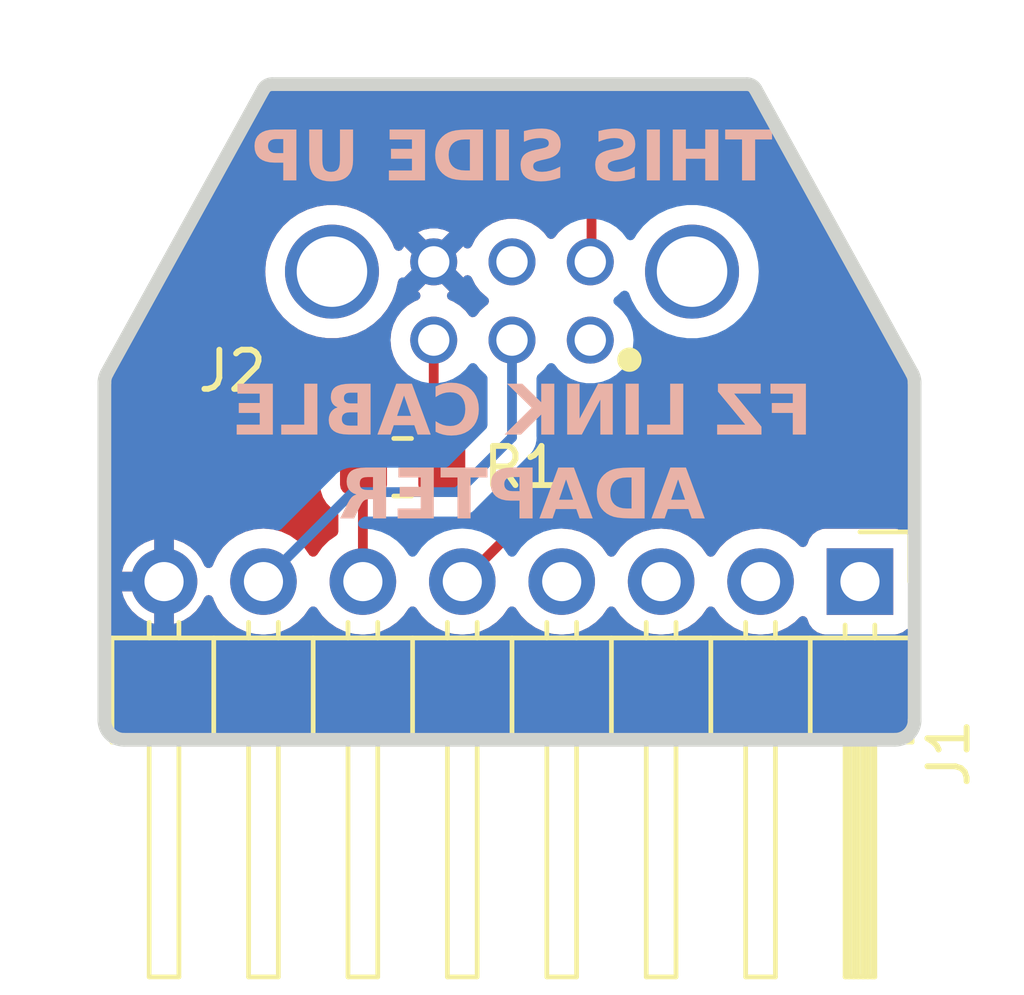
<source format=kicad_pcb>
(kicad_pcb (version 20221018) (generator pcbnew)
  (layers (0 "F.Cu" signal) (31 "B.Cu" signal) (34 "B.Paste" user) (35 "F.Paste" user) (36 "B.SilkS" user "B.Silkscreen") (37 "F.SilkS" user "F.Silkscreen") (38 "B.Mask" user) (39 "F.Mask" user) (44 "Edge.Cuts" user))
  (net 0 "")
  (net 5 "SERIAL_OUT")
  (net 6 "/CLK")
  (net 7 "SERIAL_IN")
  (net 8 "GND")
  (net 9 "Net-(J2-CLK_OUT)")
  (footprint "Resistor_SMD:R_0805_2012Metric_Pad1.20x1.40mm_HandSolder" (layer "F.Cu") (at 99.06 106.172)
    (fp_text reference "R1" (at 3.048 0) (layer "F.SilkS"))
    (fp_text value "33")
    (fp_line (start -0.227064 -0.735) (end 0.227064 -0.735) (stroke (width 0.12)) (layer "F.SilkS"))
    (fp_line (start -0.227064 0.735) (end 0.227064 0.735) (stroke (width 0.12)) (layer "F.SilkS"))
    (pad "1" smd roundrect (at -1 0) (size 1.2 1.4) (layers "F.Cu" "F.Paste" "F.Mask") (roundrect_rratio 0.2083333333) (net 6 "/CLK"))
    (pad "2" smd roundrect (at 1 0) (size 1.2 1.4) (layers "F.Cu" "F.Paste" "F.Mask") (roundrect_rratio 0.2083333333) (net 9 "Net-(J2-CLK_OUT)"))
  )
  (footprint "gbc-link-cable-adapter:gbc-link-cable-adapter" (layer "F.Cu") (at 101.854 102.924 180)
    (fp_text reference "J2" (at 7.144 -0.79 unlocked) (layer "F.SilkS"))
    (fp_text value "~")
    (fp_circle (center -3 -0.5) (end -2.75 -0.5) (stroke (width 0.12)) (fill solid) (layer "F.SilkS"))
    (pad "1" thru_hole circle (at -2 0 180) (size 1.2 1.2) (drill 0.8) (layers "*.Cu" "*.Mask"))
    (pad "2" thru_hole circle (at -2 2 180) (size 1.2 1.2) (drill 0.8) (layers "*.Cu" "*.Mask") (net 5 "SERIAL_OUT"))
    (pad "3" thru_hole circle (at 0 0 180) (size 1.2 1.2) (drill 0.8) (layers "*.Cu" "*.Mask") (net 7 "SERIAL_IN"))
    (pad "4" thru_hole circle (at 0 2 180) (size 1.2 1.2) (drill 0.8) (layers "*.Cu" "*.Mask"))
    (pad "5" thru_hole circle (at 2 0 180) (size 1.2 1.2) (drill 0.8) (layers "*.Cu" "*.Mask") (net 9 "Net-(J2-CLK_OUT)"))
    (pad "6" thru_hole circle (at 2 2 180) (size 1.2 1.2) (drill 0.8) (layers "*.Cu" "*.Mask") (net 8 "GND"))
    (pad "7" thru_hole circle (at 4.6 1.75 180) (size 2.4 2.4) (drill 1.8) (layers "*.Cu" "*.Mask"))
    (pad "8" thru_hole circle (at -4.6 1.75 180) (size 2.4 2.4) (drill 1.8) (layers "*.Cu" "*.Mask"))
  )
  (footprint "Connector_PinHeader_2.54mm:PinHeader_1x08_P2.54mm_Horizontal" (layer "F.Cu") (at 110.744 109.093 -90)
    (fp_text reference "J1" (at 4.385 -2.27 90) (layer "F.SilkS"))
    (fp_text value "Conn_01x08")
    (fp_line (start -1.27 -1.27) (end 0 -1.27) (stroke (width 0.12)) (layer "F.SilkS"))
    (fp_line (start -1.27 0) (end -1.27 -1.27) (stroke (width 0.12)) (layer "F.SilkS"))
    (fp_line (start 1.042929 2.16) (end 1.44 2.16) (stroke (width 0.12)) (layer "F.SilkS"))
    (fp_line (start 1.042929 2.92) (end 1.44 2.92) (stroke (width 0.12)) (layer "F.SilkS"))
    (fp_line (start 1.042929 4.7) (end 1.44 4.7) (stroke (width 0.12)) (layer "F.SilkS"))
    (fp_line (start 1.042929 5.46) (end 1.44 5.46) (stroke (width 0.12)) (layer "F.SilkS"))
    (fp_line (start 1.042929 7.24) (end 1.44 7.24) (stroke (width 0.12)) (layer "F.SilkS"))
    (fp_line (start 1.042929 8) (end 1.44 8) (stroke (width 0.12)) (layer "F.SilkS"))
    (fp_line (start 1.042929 9.78) (end 1.44 9.78) (stroke (width 0.12)) (layer "F.SilkS"))
    (fp_line (start 1.042929 10.54) (end 1.44 10.54) (stroke (width 0.12)) (layer "F.SilkS"))
    (fp_line (start 1.042929 12.32) (end 1.44 12.32) (stroke (width 0.12)) (layer "F.SilkS"))
    (fp_line (start 1.042929 13.08) (end 1.44 13.08) (stroke (width 0.12)) (layer "F.SilkS"))
    (fp_line (start 1.042929 14.86) (end 1.44 14.86) (stroke (width 0.12)) (layer "F.SilkS"))
    (fp_line (start 1.042929 15.62) (end 1.44 15.62) (stroke (width 0.12)) (layer "F.SilkS"))
    (fp_line (start 1.042929 17.4) (end 1.44 17.4) (stroke (width 0.12)) (layer "F.SilkS"))
    (fp_line (start 1.042929 18.16) (end 1.44 18.16) (stroke (width 0.12)) (layer "F.SilkS"))
    (fp_line (start 1.11 -0.38) (end 1.44 -0.38) (stroke (width 0.12)) (layer "F.SilkS"))
    (fp_line (start 1.11 0.38) (end 1.44 0.38) (stroke (width 0.12)) (layer "F.SilkS"))
    (fp_line (start 1.44 -1.33) (end 1.44 19.11) (stroke (width 0.12)) (layer "F.SilkS"))
    (fp_line (start 1.44 1.27) (end 4.1 1.27) (stroke (width 0.12)) (layer "F.SilkS"))
    (fp_line (start 1.44 3.81) (end 4.1 3.81) (stroke (width 0.12)) (layer "F.SilkS"))
    (fp_line (start 1.44 6.35) (end 4.1 6.35) (stroke (width 0.12)) (layer "F.SilkS"))
    (fp_line (start 1.44 8.89) (end 4.1 8.89) (stroke (width 0.12)) (layer "F.SilkS"))
    (fp_line (start 1.44 11.43) (end 4.1 11.43) (stroke (width 0.12)) (layer "F.SilkS"))
    (fp_line (start 1.44 13.97) (end 4.1 13.97) (stroke (width 0.12)) (layer "F.SilkS"))
    (fp_line (start 1.44 16.51) (end 4.1 16.51) (stroke (width 0.12)) (layer "F.SilkS"))
    (fp_line (start 1.44 19.11) (end 4.1 19.11) (stroke (width 0.12)) (layer "F.SilkS"))
    (fp_line (start 4.1 -1.33) (end 1.44 -1.33) (stroke (width 0.12)) (layer "F.SilkS"))
    (fp_line (start 4.1 -0.38) (end 10.1 -0.38) (stroke (width 0.12)) (layer "F.SilkS"))
    (fp_line (start 4.1 -0.32) (end 10.1 -0.32) (stroke (width 0.12)) (layer "F.SilkS"))
    (fp_line (start 4.1 -0.2) (end 10.1 -0.2) (stroke (width 0.12)) (layer "F.SilkS"))
    (fp_line (start 4.1 -0.08) (end 10.1 -0.08) (stroke (width 0.12)) (layer "F.SilkS"))
    (fp_line (start 4.1 0.04) (end 10.1 0.04) (stroke (width 0.12)) (layer "F.SilkS"))
    (fp_line (start 4.1 0.16) (end 10.1 0.16) (stroke (width 0.12)) (layer "F.SilkS"))
    (fp_line (start 4.1 0.28) (end 10.1 0.28) (stroke (width 0.12)) (layer "F.SilkS"))
    (fp_line (start 4.1 2.16) (end 10.1 2.16) (stroke (width 0.12)) (layer "F.SilkS"))
    (fp_line (start 4.1 4.7) (end 10.1 4.7) (stroke (width 0.12)) (layer "F.SilkS"))
    (fp_line (start 4.1 7.24) (end 10.1 7.24) (stroke (width 0.12)) (layer "F.SilkS"))
    (fp_line (start 4.1 9.78) (end 10.1 9.78) (stroke (width 0.12)) (layer "F.SilkS"))
    (fp_line (start 4.1 12.32) (end 10.1 12.32) (stroke (width 0.12)) (layer "F.SilkS"))
    (fp_line (start 4.1 14.86) (end 10.1 14.86) (stroke (width 0.12)) (layer "F.SilkS"))
    (fp_line (start 4.1 17.4) (end 10.1 17.4) (stroke (width 0.12)) (layer "F.SilkS"))
    (fp_line (start 4.1 19.11) (end 4.1 -1.33) (stroke (width 0.12)) (layer "F.SilkS"))
    (fp_line (start 10.1 -0.38) (end 10.1 0.38) (stroke (width 0.12)) (layer "F.SilkS"))
    (fp_line (start 10.1 0.38) (end 4.1 0.38) (stroke (width 0.12)) (layer "F.SilkS"))
    (fp_line (start 10.1 2.16) (end 10.1 2.92) (stroke (width 0.12)) (layer "F.SilkS"))
    (fp_line (start 10.1 2.92) (end 4.1 2.92) (stroke (width 0.12)) (layer "F.SilkS"))
    (fp_line (start 10.1 4.7) (end 10.1 5.46) (stroke (width 0.12)) (layer "F.SilkS"))
    (fp_line (start 10.1 5.46) (end 4.1 5.46) (stroke (width 0.12)) (layer "F.SilkS"))
    (fp_line (start 10.1 7.24) (end 10.1 8) (stroke (width 0.12)) (layer "F.SilkS"))
    (fp_line (start 10.1 8) (end 4.1 8) (stroke (width 0.12)) (layer "F.SilkS"))
    (fp_line (start 10.1 9.78) (end 10.1 10.54) (stroke (width 0.12)) (layer "F.SilkS"))
    (fp_line (start 10.1 10.54) (end 4.1 10.54) (stroke (width 0.12)) (layer "F.SilkS"))
    (fp_line (start 10.1 12.32) (end 10.1 13.08) (stroke (width 0.12)) (layer "F.SilkS"))
    (fp_line (start 10.1 13.08) (end 4.1 13.08) (stroke (width 0.12)) (layer "F.SilkS"))
    (fp_line (start 10.1 14.86) (end 10.1 15.62) (stroke (width 0.12)) (layer "F.SilkS"))
    (fp_line (start 10.1 15.62) (end 4.1 15.62) (stroke (width 0.12)) (layer "F.SilkS"))
    (fp_line (start 10.1 17.4) (end 10.1 18.16) (stroke (width 0.12)) (layer "F.SilkS"))
    (fp_line (start 10.1 18.16) (end 4.1 18.16) (stroke (width 0.12)) (layer "F.SilkS"))
    (pad "1" thru_hole rect (at 0 0 270) (size 1.7 1.7) (drill 1) (layers "*.Cu" "*.Mask"))
    (pad "2" thru_hole oval (at 0 2.54 270) (size 1.7 1.7) (drill 1) (layers "*.Cu" "*.Mask"))
    (pad "3" thru_hole oval (at 0 5.08 270) (size 1.7 1.7) (drill 1) (layers "*.Cu" "*.Mask"))
    (pad "4" thru_hole oval (at 0 7.62 270) (size 1.7 1.7) (drill 1) (layers "*.Cu" "*.Mask"))
    (pad "5" thru_hole oval (at 0 10.16 270) (size 1.7 1.7) (drill 1) (layers "*.Cu" "*.Mask") (net 5 "SERIAL_OUT"))
    (pad "6" thru_hole oval (at 0 12.7 270) (size 1.7 1.7) (drill 1) (layers "*.Cu" "*.Mask") (net 6 "/CLK"))
    (pad "7" thru_hole oval (at 0 15.24 270) (size 1.7 1.7) (drill 1) (layers "*.Cu" "*.Mask") (net 7 "SERIAL_IN"))
    (pad "8" thru_hole oval (at 0 17.78 270) (size 1.7 1.7) (drill 1) (layers "*.Cu" "*.Mask") (net 8 "GND"))
  )
  (gr_arc (start 95.503714 96.513596) (mid 95.595512 96.41903) (end 95.722645 96.3843) (stroke (width 0.35)) (layer "Edge.Cuts"))
  (gr_line (start 91.94 113.134299) (end 111.64 113.134299) (stroke (width 0.35)) (layer "Edge.Cuts"))
  (gr_line (start 91.44 104.013) (end 91.44 112.634299) (stroke (width 0.35)) (layer "Edge.Cuts"))
  (gr_line (start 112.14 112.634299) (end 112.14 104.013) (stroke (width 0.35)) (layer "Edge.Cuts"))
  (gr_arc (start 112.14 112.634299) (mid 111.993544 112.987824) (end 111.64 113.134299) (stroke (width 0.35)) (layer "Edge.Cuts"))
  (gr_line (start 107.857355 96.3843) (end 95.722645 96.3843) (stroke (width 0.35)) (layer "Edge.Cuts"))
  (gr_arc (start 91.44 104.013) (mid 91.455778 103.888359) (end 91.502139 103.771593) (stroke (width 0.35)) (layer "Edge.Cuts"))
  (gr_arc (start 91.94 113.134299) (mid 91.586468 112.987838) (end 91.44 112.634299) (stroke (width 0.35)) (layer "Edge.Cuts"))
  (gr_arc (start 112.077861 103.771593) (mid 112.124215 103.888362) (end 112.14 104.013) (stroke (width 0.35)) (layer "Edge.Cuts"))
  (gr_line (start 112.077861 103.771592) (end 108.076286 96.513596) (stroke (width 0.35)) (layer "Edge.Cuts"))
  (gr_line (start 95.503714 96.513596) (end 91.502139 103.771592) (stroke (width 0.35)) (layer "Edge.Cuts"))
  (gr_arc (start 107.857355 96.3843) (mid 107.984478 96.419043) (end 108.076286 96.513596) (stroke (width 0.35)) (layer "Edge.Cuts"))
  (gr_text "THIS SIDE UP" (at 101.854 99.06) (layer "B.SilkS") (effects (font (size 1.275 1.275) (thickness 0.3) bold) (justify bottom mirror)))
  (gr_text "FZ LINK CABLE\nADAPTER" (at 102.108 107.696) (layer "B.SilkS") (effects (font (size 1.275 1.275) (thickness 0.3) bold) (justify bottom mirror)))
  (segment (start 107.442 98.933) (end 108.712 100.203) (width 0.25) (layer "F.Cu") (net 5))
  (segment (start 108.712 102.743) (end 106.68 104.775) (width 0.25) (layer "F.Cu") (net 5))
  (segment (start 103.886 100.642) (end 103.886 99.568) (width 0.25) (layer "F.Cu") (net 5))
  (segment (start 108.712 100.203) (end 108.712 102.743) (width 0.25) (layer "F.Cu") (net 5))
  (segment (start 106.68 104.775) (end 104.902 104.775) (width 0.25) (layer "F.Cu") (net 5))
  (segment (start 103.604 100.924) (end 103.886 100.642) (width 0.25) (layer "F.Cu") (net 5))
  (segment (start 104.521 98.933) (end 107.442 98.933) (width 0.25) (layer "F.Cu") (net 5))
  (segment (start 103.886 99.568) (end 104.521 98.933) (width 0.25) (layer "F.Cu") (net 5))
  (segment (start 104.902 104.775) (end 100.584 109.093) (width 0.25) (layer "F.Cu") (net 5))
  (segment (start 98.044 106.188) (end 98.06 106.172) (width 0.25) (layer "F.Cu") (net 6))
  (segment (start 98.044 109.093) (end 98.044 106.188) (width 0.25) (layer "F.Cu") (net 6))
  (segment (start 100.457 106.807) (end 101.854 105.41) (width 0.25) (layer "B.Cu") (net 7))
  (segment (start 97.79 106.807) (end 100.457 106.807) (width 0.25) (layer "B.Cu") (net 7))
  (segment (start 95.504 109.093) (end 97.79 106.807) (width 0.25) (layer "B.Cu") (net 7))
  (segment (start 101.854 105.41) (end 101.854 102.924) (width 0.25) (layer "B.Cu") (net 7))
  (segment (start 100.06 106.172) (end 99.854 105.966) (width 0.25) (layer "F.Cu") (net 9))
  (segment (start 100.06 106.172) (end 100.076 106.156) (width 0.25) (layer "F.Cu") (net 9))
  (segment (start 100.076 102.952) (end 100.104 102.924) (width 0.25) (layer "F.Cu") (net 9))
  (segment (start 99.854 105.966) (end 99.854 102.924) (width 0.25) (layer "F.Cu") (net 9))
  (zone (net 8) (net_name "GND") (layers "F&B.Cu") (connect_pads (clearance 0.5)) (min_thickness 0.25) (fill yes (thermal_gap 0.254) (thermal_bridge_width 0.5))
    (polygon (pts (xy 89.027 94.234) (xy 114.808 94.234) (xy 114.935 114.681) (xy 88.773 114.681)))
  )
)
</source>
